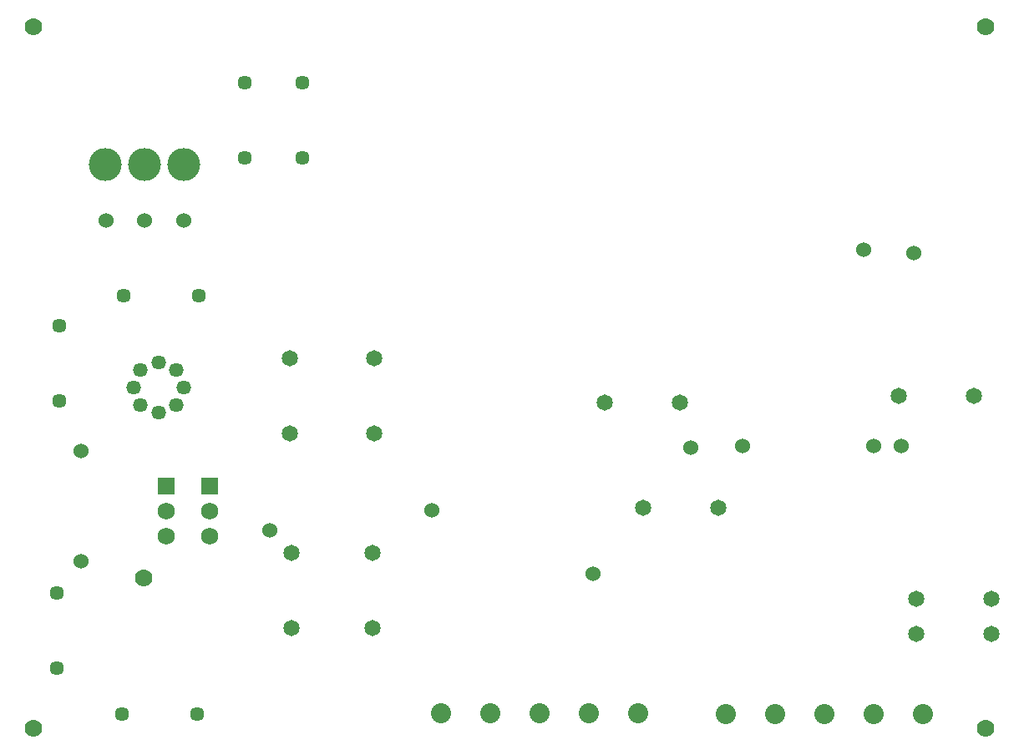
<source format=gbr>
%TF.GenerationSoftware,Altium Limited,Altium Designer,19.1.9 (167)*%
G04 Layer_Color=16711935*
%FSLAX26Y26*%
%MOIN*%
%TF.FileFunction,Soldermask,Bot*%
%TF.Part,Single*%
G01*
G75*
%TA.AperFunction,ViaPad*%
%ADD27C,0.060000*%
%TA.AperFunction,ComponentPad*%
%ADD35C,0.131260*%
%ADD36C,0.065118*%
%TA.AperFunction,ViaPad*%
%ADD37C,0.070000*%
%TA.AperFunction,ComponentPad*%
%ADD38R,0.069055X0.069055*%
%ADD39C,0.069055*%
%ADD40C,0.057244*%
%ADD41C,0.080000*%
%ADD42C,0.057560*%
%TA.AperFunction,WasherPad*%
%ADD43C,0.070000*%
D27*
X1690000Y970000D02*
D03*
X290000Y765000D02*
D03*
X3415000Y2010000D02*
D03*
X2725000Y1220000D02*
D03*
X3565000Y1225000D02*
D03*
X290000Y1205000D02*
D03*
X1045000Y890000D02*
D03*
X2930000Y1225000D02*
D03*
X3615000Y1995000D02*
D03*
X3455000Y1225000D02*
D03*
X2335000Y715000D02*
D03*
X700000Y2125000D02*
D03*
X545000D02*
D03*
X390000D02*
D03*
D35*
X388189Y2350000D02*
D03*
X544095D02*
D03*
X700000D02*
D03*
D36*
X2835000Y980000D02*
D03*
X2535000D02*
D03*
X2380000Y1400000D02*
D03*
X2680000D02*
D03*
X3555000Y1425000D02*
D03*
X3855000D02*
D03*
X3625000Y615000D02*
D03*
X3925000D02*
D03*
Y475000D02*
D03*
X3625000D02*
D03*
X1460000Y1575000D02*
D03*
Y1275000D02*
D03*
X1455000Y800000D02*
D03*
Y500000D02*
D03*
X1125000Y1575000D02*
D03*
Y1275000D02*
D03*
X1130000Y800000D02*
D03*
Y500000D02*
D03*
D37*
X540000Y700000D02*
D03*
D38*
X805000Y1065000D02*
D03*
X630000D02*
D03*
D39*
X805000Y965000D02*
D03*
Y865000D02*
D03*
X630000Y965000D02*
D03*
Y865000D02*
D03*
D40*
X755000Y155000D02*
D03*
X455000D02*
D03*
X195000Y640000D02*
D03*
Y340000D02*
D03*
X945000Y2375000D02*
D03*
Y2675000D02*
D03*
X1175000Y2375000D02*
D03*
Y2675000D02*
D03*
X760000Y1825000D02*
D03*
X460000D02*
D03*
X205000Y1405000D02*
D03*
Y1705000D02*
D03*
D41*
X3258150Y155000D02*
D03*
X3455000D02*
D03*
X3651850D02*
D03*
X3061300D02*
D03*
X2864450D02*
D03*
X2121850Y160000D02*
D03*
X1925000D02*
D03*
X1728150D02*
D03*
X2318700D02*
D03*
X2515550D02*
D03*
D42*
X529290Y1389290D02*
D03*
X670710D02*
D03*
Y1530710D02*
D03*
X529290D02*
D03*
X500000Y1460000D02*
D03*
X700000D02*
D03*
X600000Y1560000D02*
D03*
Y1360000D02*
D03*
D43*
X3900000Y100000D02*
D03*
Y2900000D02*
D03*
X100000Y100000D02*
D03*
Y2900000D02*
D03*
%TF.MD5,092d3a6b035933b9d5aaa87fb720f148*%
M02*

</source>
